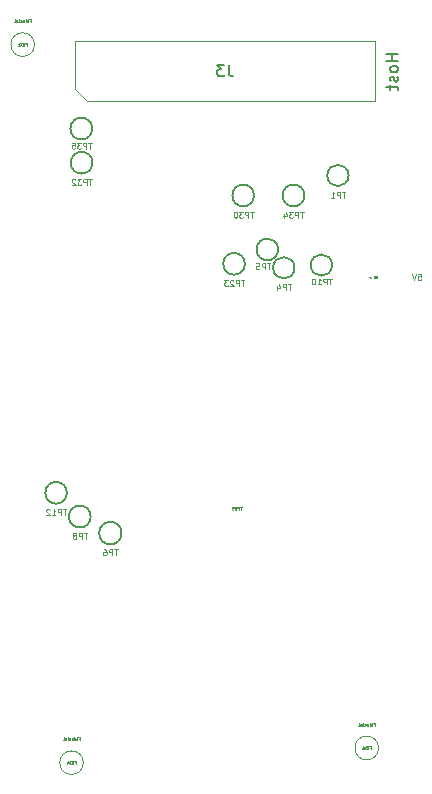
<source format=gbr>
G04 #@! TF.GenerationSoftware,KiCad,Pcbnew,(5.1.10)-1*
G04 #@! TF.CreationDate,2022-03-14T17:05:32+05:30*
G04 #@! TF.ProjectId,P-1000072_Cicada Wi-Fi,502d3130-3030-4303-9732-5f4369636164,0.1*
G04 #@! TF.SameCoordinates,PX7cee6c0PY3dfd240*
G04 #@! TF.FileFunction,Other,Fab,Bot*
%FSLAX46Y46*%
G04 Gerber Fmt 4.6, Leading zero omitted, Abs format (unit mm)*
G04 Created by KiCad (PCBNEW (5.1.10)-1) date 2022-03-14 17:05:32*
%MOMM*%
%LPD*%
G01*
G04 APERTURE LIST*
%ADD10C,0.150000*%
%ADD11C,0.100000*%
%ADD12C,0.062500*%
%ADD13C,0.050000*%
G04 APERTURE END LIST*
D10*
X-11339999Y-37750000D02*
G75*
G03*
X-11339999Y-37750000I-923093J0D01*
G01*
X-13354522Y-35740000D02*
G75*
G03*
X-13354522Y-35740000I-915478J0D01*
G01*
X9100193Y-16460000D02*
G75*
G03*
X9100193Y-16460000I-905097J0D01*
G01*
X5920494Y-16690000D02*
G75*
G03*
X5920494Y-16690000I-910494J0D01*
G01*
X4536079Y-15130000D02*
G75*
G03*
X4536079Y-15130000I-916079J0D01*
G01*
X1720054Y-16350000D02*
G75*
G03*
X1720054Y-16350000I-920054J0D01*
G01*
X10494434Y-8870000D02*
G75*
G03*
X10494434Y-8870000I-904434J0D01*
G01*
X6752009Y-10560000D02*
G75*
G03*
X6752009Y-10560000I-922009J0D01*
G01*
X2486788Y-10560000D02*
G75*
G03*
X2486788Y-10560000I-916788J0D01*
G01*
X-11189946Y-7790000D02*
G75*
G03*
X-11189946Y-7790000I-920054J0D01*
G01*
X-11208859Y-4900000D02*
G75*
G03*
X-11208859Y-4900000I-921141J0D01*
G01*
X-8724671Y-39150000D02*
G75*
G03*
X-8724671Y-39150000I-950329J0D01*
G01*
D11*
X-12674600Y2514600D02*
X-12674600Y-1565400D01*
X-12674600Y-1565400D02*
X-11674600Y-2565400D01*
X-11674600Y-2565400D02*
X12725400Y-2565400D01*
X12725400Y-2565400D02*
X12725400Y2514600D01*
X12725400Y2514600D02*
X-12674600Y2514600D01*
X13031980Y-57343040D02*
G75*
G03*
X13031980Y-57343040I-1000000J0D01*
G01*
X-11964160Y-58587640D02*
G75*
G03*
X-11964160Y-58587640I-1000000J0D01*
G01*
X-16096740Y2212340D02*
G75*
G03*
X-16096740Y2212340I-1000000J0D01*
G01*
D12*
X-11250953Y-6106190D02*
X-11536667Y-6106190D01*
X-11393810Y-6606190D02*
X-11393810Y-6106190D01*
X-11703334Y-6606190D02*
X-11703334Y-6106190D01*
X-11893810Y-6106190D01*
X-11941429Y-6130000D01*
X-11965239Y-6153809D01*
X-11989048Y-6201428D01*
X-11989048Y-6272857D01*
X-11965239Y-6320476D01*
X-11941429Y-6344285D01*
X-11893810Y-6368095D01*
X-11703334Y-6368095D01*
X-12155715Y-6106190D02*
X-12465239Y-6106190D01*
X-12298572Y-6296666D01*
X-12370000Y-6296666D01*
X-12417620Y-6320476D01*
X-12441429Y-6344285D01*
X-12465239Y-6391904D01*
X-12465239Y-6510952D01*
X-12441429Y-6558571D01*
X-12417620Y-6582380D01*
X-12370000Y-6606190D01*
X-12227143Y-6606190D01*
X-12179524Y-6582380D01*
X-12155715Y-6558571D01*
X-12917620Y-6106190D02*
X-12679524Y-6106190D01*
X-12655715Y-6344285D01*
X-12679524Y-6320476D01*
X-12727143Y-6296666D01*
X-12846191Y-6296666D01*
X-12893810Y-6320476D01*
X-12917620Y-6344285D01*
X-12941429Y-6391904D01*
X-12941429Y-6510952D01*
X-12917620Y-6558571D01*
X-12893810Y-6582380D01*
X-12846191Y-6606190D01*
X-12727143Y-6606190D01*
X-12679524Y-6582380D01*
X-12655715Y-6558571D01*
X6689047Y-11946190D02*
X6403333Y-11946190D01*
X6546190Y-12446190D02*
X6546190Y-11946190D01*
X6236666Y-12446190D02*
X6236666Y-11946190D01*
X6046190Y-11946190D01*
X5998571Y-11970000D01*
X5974761Y-11993809D01*
X5950952Y-12041428D01*
X5950952Y-12112857D01*
X5974761Y-12160476D01*
X5998571Y-12184285D01*
X6046190Y-12208095D01*
X6236666Y-12208095D01*
X5784285Y-11946190D02*
X5474761Y-11946190D01*
X5641428Y-12136666D01*
X5570000Y-12136666D01*
X5522380Y-12160476D01*
X5498571Y-12184285D01*
X5474761Y-12231904D01*
X5474761Y-12350952D01*
X5498571Y-12398571D01*
X5522380Y-12422380D01*
X5570000Y-12446190D01*
X5712857Y-12446190D01*
X5760476Y-12422380D01*
X5784285Y-12398571D01*
X5046190Y-12112857D02*
X5046190Y-12446190D01*
X5165238Y-11922380D02*
X5284285Y-12279523D01*
X4974761Y-12279523D01*
X-11240953Y-9166190D02*
X-11526667Y-9166190D01*
X-11383810Y-9666190D02*
X-11383810Y-9166190D01*
X-11693334Y-9666190D02*
X-11693334Y-9166190D01*
X-11883810Y-9166190D01*
X-11931429Y-9190000D01*
X-11955239Y-9213809D01*
X-11979048Y-9261428D01*
X-11979048Y-9332857D01*
X-11955239Y-9380476D01*
X-11931429Y-9404285D01*
X-11883810Y-9428095D01*
X-11693334Y-9428095D01*
X-12145715Y-9166190D02*
X-12455239Y-9166190D01*
X-12288572Y-9356666D01*
X-12360000Y-9356666D01*
X-12407620Y-9380476D01*
X-12431429Y-9404285D01*
X-12455239Y-9451904D01*
X-12455239Y-9570952D01*
X-12431429Y-9618571D01*
X-12407620Y-9642380D01*
X-12360000Y-9666190D01*
X-12217143Y-9666190D01*
X-12169524Y-9642380D01*
X-12145715Y-9618571D01*
X-12645715Y-9213809D02*
X-12669524Y-9190000D01*
X-12717143Y-9166190D01*
X-12836191Y-9166190D01*
X-12883810Y-9190000D01*
X-12907620Y-9213809D01*
X-12931429Y-9261428D01*
X-12931429Y-9309047D01*
X-12907620Y-9380476D01*
X-12621905Y-9666190D01*
X-12931429Y-9666190D01*
X2459047Y-11946190D02*
X2173333Y-11946190D01*
X2316190Y-12446190D02*
X2316190Y-11946190D01*
X2006666Y-12446190D02*
X2006666Y-11946190D01*
X1816190Y-11946190D01*
X1768571Y-11970000D01*
X1744761Y-11993809D01*
X1720952Y-12041428D01*
X1720952Y-12112857D01*
X1744761Y-12160476D01*
X1768571Y-12184285D01*
X1816190Y-12208095D01*
X2006666Y-12208095D01*
X1554285Y-11946190D02*
X1244761Y-11946190D01*
X1411428Y-12136666D01*
X1340000Y-12136666D01*
X1292380Y-12160476D01*
X1268571Y-12184285D01*
X1244761Y-12231904D01*
X1244761Y-12350952D01*
X1268571Y-12398571D01*
X1292380Y-12422380D01*
X1340000Y-12446190D01*
X1482857Y-12446190D01*
X1530476Y-12422380D01*
X1554285Y-12398571D01*
X935238Y-11946190D02*
X887619Y-11946190D01*
X840000Y-11970000D01*
X816190Y-11993809D01*
X792380Y-12041428D01*
X768571Y-12136666D01*
X768571Y-12255714D01*
X792380Y-12350952D01*
X816190Y-12398571D01*
X840000Y-12422380D01*
X887619Y-12446190D01*
X935238Y-12446190D01*
X982857Y-12422380D01*
X1006666Y-12398571D01*
X1030476Y-12350952D01*
X1054285Y-12255714D01*
X1054285Y-12136666D01*
X1030476Y-12041428D01*
X1006666Y-11993809D01*
X982857Y-11970000D01*
X935238Y-11946190D01*
X1666607Y-17723630D02*
X1380893Y-17723630D01*
X1523750Y-18223630D02*
X1523750Y-17723630D01*
X1214226Y-18223630D02*
X1214226Y-17723630D01*
X1023750Y-17723630D01*
X976131Y-17747440D01*
X952321Y-17771249D01*
X928512Y-17818868D01*
X928512Y-17890297D01*
X952321Y-17937916D01*
X976131Y-17961725D01*
X1023750Y-17985535D01*
X1214226Y-17985535D01*
X738036Y-17771249D02*
X714226Y-17747440D01*
X666607Y-17723630D01*
X547560Y-17723630D01*
X499940Y-17747440D01*
X476131Y-17771249D01*
X452321Y-17818868D01*
X452321Y-17866487D01*
X476131Y-17937916D01*
X761845Y-18223630D01*
X452321Y-18223630D01*
X285655Y-17723630D02*
X-23869Y-17723630D01*
X142798Y-17914106D01*
X71369Y-17914106D01*
X23750Y-17937916D01*
X-60Y-17961725D01*
X-23869Y-18009344D01*
X-23869Y-18128392D01*
X-60Y-18176011D01*
X23750Y-18199820D01*
X71369Y-18223630D01*
X214226Y-18223630D01*
X261845Y-18199820D01*
X285655Y-18176011D01*
X-13400673Y-37121610D02*
X-13686387Y-37121610D01*
X-13543530Y-37621610D02*
X-13543530Y-37121610D01*
X-13853054Y-37621610D02*
X-13853054Y-37121610D01*
X-14043530Y-37121610D01*
X-14091149Y-37145420D01*
X-14114959Y-37169229D01*
X-14138768Y-37216848D01*
X-14138768Y-37288277D01*
X-14114959Y-37335896D01*
X-14091149Y-37359705D01*
X-14043530Y-37383515D01*
X-13853054Y-37383515D01*
X-14614959Y-37621610D02*
X-14329244Y-37621610D01*
X-14472101Y-37621610D02*
X-14472101Y-37121610D01*
X-14424482Y-37193039D01*
X-14376863Y-37240658D01*
X-14329244Y-37264467D01*
X-14805435Y-37169229D02*
X-14829244Y-37145420D01*
X-14876863Y-37121610D01*
X-14995911Y-37121610D01*
X-15043530Y-37145420D01*
X-15067340Y-37169229D01*
X-15091149Y-37216848D01*
X-15091149Y-37264467D01*
X-15067340Y-37335896D01*
X-14781625Y-37621610D01*
X-15091149Y-37621610D01*
X-11624548Y-39130750D02*
X-11910262Y-39130750D01*
X-11767405Y-39630750D02*
X-11767405Y-39130750D01*
X-12076929Y-39630750D02*
X-12076929Y-39130750D01*
X-12267405Y-39130750D01*
X-12315024Y-39154560D01*
X-12338834Y-39178369D01*
X-12362643Y-39225988D01*
X-12362643Y-39297417D01*
X-12338834Y-39345036D01*
X-12315024Y-39368845D01*
X-12267405Y-39392655D01*
X-12076929Y-39392655D01*
X-12648358Y-39345036D02*
X-12600739Y-39321226D01*
X-12576929Y-39297417D01*
X-12553120Y-39249798D01*
X-12553120Y-39225988D01*
X-12576929Y-39178369D01*
X-12600739Y-39154560D01*
X-12648358Y-39130750D01*
X-12743596Y-39130750D01*
X-12791215Y-39154560D01*
X-12815024Y-39178369D01*
X-12838834Y-39225988D01*
X-12838834Y-39249798D01*
X-12815024Y-39297417D01*
X-12791215Y-39321226D01*
X-12743596Y-39345036D01*
X-12648358Y-39345036D01*
X-12600739Y-39368845D01*
X-12576929Y-39392655D01*
X-12553120Y-39440274D01*
X-12553120Y-39535512D01*
X-12576929Y-39583131D01*
X-12600739Y-39606940D01*
X-12648358Y-39630750D01*
X-12743596Y-39630750D01*
X-12791215Y-39606940D01*
X-12815024Y-39583131D01*
X-12838834Y-39535512D01*
X-12838834Y-39440274D01*
X-12815024Y-39392655D01*
X-12791215Y-39368845D01*
X-12743596Y-39345036D01*
X-9066768Y-40527750D02*
X-9352482Y-40527750D01*
X-9209625Y-41027750D02*
X-9209625Y-40527750D01*
X-9519149Y-41027750D02*
X-9519149Y-40527750D01*
X-9709625Y-40527750D01*
X-9757244Y-40551560D01*
X-9781054Y-40575369D01*
X-9804863Y-40622988D01*
X-9804863Y-40694417D01*
X-9781054Y-40742036D01*
X-9757244Y-40765845D01*
X-9709625Y-40789655D01*
X-9519149Y-40789655D01*
X-10233435Y-40527750D02*
X-10138197Y-40527750D01*
X-10090578Y-40551560D01*
X-10066768Y-40575369D01*
X-10019149Y-40646798D01*
X-9995340Y-40742036D01*
X-9995340Y-40932512D01*
X-10019149Y-40980131D01*
X-10042959Y-41003940D01*
X-10090578Y-41027750D01*
X-10185816Y-41027750D01*
X-10233435Y-41003940D01*
X-10257244Y-40980131D01*
X-10281054Y-40932512D01*
X-10281054Y-40813464D01*
X-10257244Y-40765845D01*
X-10233435Y-40742036D01*
X-10185816Y-40718226D01*
X-10090578Y-40718226D01*
X-10042959Y-40742036D01*
X-10019149Y-40765845D01*
X-9995340Y-40813464D01*
X3860952Y-16316190D02*
X3575238Y-16316190D01*
X3718095Y-16816190D02*
X3718095Y-16316190D01*
X3408571Y-16816190D02*
X3408571Y-16316190D01*
X3218095Y-16316190D01*
X3170476Y-16340000D01*
X3146666Y-16363809D01*
X3122857Y-16411428D01*
X3122857Y-16482857D01*
X3146666Y-16530476D01*
X3170476Y-16554285D01*
X3218095Y-16578095D01*
X3408571Y-16578095D01*
X2670476Y-16316190D02*
X2908571Y-16316190D01*
X2932380Y-16554285D01*
X2908571Y-16530476D01*
X2860952Y-16506666D01*
X2741904Y-16506666D01*
X2694285Y-16530476D01*
X2670476Y-16554285D01*
X2646666Y-16601904D01*
X2646666Y-16720952D01*
X2670476Y-16768571D01*
X2694285Y-16792380D01*
X2741904Y-16816190D01*
X2860952Y-16816190D01*
X2908571Y-16792380D01*
X2932380Y-16768571D01*
X5639832Y-18063990D02*
X5354118Y-18063990D01*
X5496975Y-18563990D02*
X5496975Y-18063990D01*
X5187451Y-18563990D02*
X5187451Y-18063990D01*
X4996975Y-18063990D01*
X4949356Y-18087800D01*
X4925546Y-18111609D01*
X4901737Y-18159228D01*
X4901737Y-18230657D01*
X4925546Y-18278276D01*
X4949356Y-18302085D01*
X4996975Y-18325895D01*
X5187451Y-18325895D01*
X4473165Y-18230657D02*
X4473165Y-18563990D01*
X4592213Y-18040180D02*
X4711260Y-18397323D01*
X4401737Y-18397323D01*
D13*
X12671428Y-17360476D02*
X12909523Y-17360476D01*
X12933333Y-17455714D01*
X12909523Y-17446190D01*
X12861904Y-17436666D01*
X12742857Y-17436666D01*
X12695238Y-17446190D01*
X12671428Y-17455714D01*
X12647619Y-17474761D01*
X12647619Y-17522380D01*
X12671428Y-17541428D01*
X12695238Y-17550952D01*
X12742857Y-17560476D01*
X12861904Y-17560476D01*
X12909523Y-17550952D01*
X12933333Y-17541428D01*
X12480952Y-17427142D02*
X12361904Y-17560476D01*
X12242857Y-17427142D01*
D12*
X16375238Y-17206190D02*
X16613333Y-17206190D01*
X16637142Y-17444285D01*
X16613333Y-17420476D01*
X16565714Y-17396666D01*
X16446666Y-17396666D01*
X16399047Y-17420476D01*
X16375238Y-17444285D01*
X16351428Y-17491904D01*
X16351428Y-17610952D01*
X16375238Y-17658571D01*
X16399047Y-17682380D01*
X16446666Y-17706190D01*
X16565714Y-17706190D01*
X16613333Y-17682380D01*
X16637142Y-17658571D01*
X16208571Y-17206190D02*
X16041904Y-17706190D01*
X15875238Y-17206190D01*
X10230952Y-10246190D02*
X9945238Y-10246190D01*
X10088095Y-10746190D02*
X10088095Y-10246190D01*
X9778571Y-10746190D02*
X9778571Y-10246190D01*
X9588095Y-10246190D01*
X9540476Y-10270000D01*
X9516666Y-10293809D01*
X9492857Y-10341428D01*
X9492857Y-10412857D01*
X9516666Y-10460476D01*
X9540476Y-10484285D01*
X9588095Y-10508095D01*
X9778571Y-10508095D01*
X9016666Y-10746190D02*
X9302380Y-10746190D01*
X9159523Y-10746190D02*
X9159523Y-10246190D01*
X9207142Y-10317619D01*
X9254761Y-10365238D01*
X9302380Y-10389047D01*
D10*
X14677780Y1403172D02*
X13677780Y1403172D01*
X14153971Y1403172D02*
X14153971Y831743D01*
X14677780Y831743D02*
X13677780Y831743D01*
X14677780Y212696D02*
X14630161Y307934D01*
X14582542Y355553D01*
X14487304Y403172D01*
X14201590Y403172D01*
X14106352Y355553D01*
X14058733Y307934D01*
X14011114Y212696D01*
X14011114Y69839D01*
X14058733Y-25400D01*
X14106352Y-73019D01*
X14201590Y-120638D01*
X14487304Y-120638D01*
X14582542Y-73019D01*
X14630161Y-25400D01*
X14677780Y69839D01*
X14677780Y212696D01*
X14630161Y-501590D02*
X14677780Y-596828D01*
X14677780Y-787304D01*
X14630161Y-882542D01*
X14534923Y-930161D01*
X14487304Y-930161D01*
X14392066Y-882542D01*
X14344447Y-787304D01*
X14344447Y-644447D01*
X14296828Y-549209D01*
X14201590Y-501590D01*
X14153971Y-501590D01*
X14058733Y-549209D01*
X14011114Y-644447D01*
X14011114Y-787304D01*
X14058733Y-882542D01*
X14011114Y-1215876D02*
X14011114Y-1596828D01*
X13677780Y-1358733D02*
X14534923Y-1358733D01*
X14630161Y-1406352D01*
X14677780Y-1501590D01*
X14677780Y-1596828D01*
X358733Y522220D02*
X358733Y-192066D01*
X406352Y-334923D01*
X501590Y-430161D01*
X644447Y-477780D01*
X739685Y-477780D01*
X-22220Y522220D02*
X-641267Y522220D01*
X-307934Y141267D01*
X-450791Y141267D01*
X-546029Y93648D01*
X-593648Y46029D01*
X-641267Y-49209D01*
X-641267Y-287304D01*
X-593648Y-382542D01*
X-546029Y-430161D01*
X-450791Y-477780D01*
X-165077Y-477780D01*
X-69839Y-430161D01*
X-22220Y-382542D01*
D12*
X1454523Y-36903095D02*
X1311666Y-36903095D01*
X1383095Y-37153095D02*
X1383095Y-36903095D01*
X1228333Y-37153095D02*
X1228333Y-36903095D01*
X1133095Y-36903095D01*
X1109285Y-36915000D01*
X1097380Y-36926904D01*
X1085476Y-36950714D01*
X1085476Y-36986428D01*
X1097380Y-37010238D01*
X1109285Y-37022142D01*
X1133095Y-37034047D01*
X1228333Y-37034047D01*
X1002142Y-36903095D02*
X847380Y-36903095D01*
X930714Y-36998333D01*
X895000Y-36998333D01*
X871190Y-37010238D01*
X859285Y-37022142D01*
X847380Y-37045952D01*
X847380Y-37105476D01*
X859285Y-37129285D01*
X871190Y-37141190D01*
X895000Y-37153095D01*
X966428Y-37153095D01*
X990238Y-37141190D01*
X1002142Y-37129285D01*
X728333Y-37153095D02*
X680714Y-37153095D01*
X656904Y-37141190D01*
X645000Y-37129285D01*
X621190Y-37093571D01*
X609285Y-37045952D01*
X609285Y-36950714D01*
X621190Y-36926904D01*
X633095Y-36915000D01*
X656904Y-36903095D01*
X704523Y-36903095D01*
X728333Y-36915000D01*
X740238Y-36926904D01*
X752142Y-36950714D01*
X752142Y-37010238D01*
X740238Y-37034047D01*
X728333Y-37045952D01*
X704523Y-37057857D01*
X656904Y-37057857D01*
X633095Y-37045952D01*
X621190Y-37034047D01*
X609285Y-37010238D01*
X9079047Y-17596190D02*
X8793333Y-17596190D01*
X8936190Y-18096190D02*
X8936190Y-17596190D01*
X8626666Y-18096190D02*
X8626666Y-17596190D01*
X8436190Y-17596190D01*
X8388571Y-17620000D01*
X8364761Y-17643809D01*
X8340952Y-17691428D01*
X8340952Y-17762857D01*
X8364761Y-17810476D01*
X8388571Y-17834285D01*
X8436190Y-17858095D01*
X8626666Y-17858095D01*
X7864761Y-18096190D02*
X8150476Y-18096190D01*
X8007619Y-18096190D02*
X8007619Y-17596190D01*
X8055238Y-17667619D01*
X8102857Y-17715238D01*
X8150476Y-17739047D01*
X7555238Y-17596190D02*
X7507619Y-17596190D01*
X7460000Y-17620000D01*
X7436190Y-17643809D01*
X7412380Y-17691428D01*
X7388571Y-17786666D01*
X7388571Y-17905714D01*
X7412380Y-18000952D01*
X7436190Y-18048571D01*
X7460000Y-18072380D01*
X7507619Y-18096190D01*
X7555238Y-18096190D01*
X7602857Y-18072380D01*
X7626666Y-18048571D01*
X7650476Y-18000952D01*
X7674285Y-17905714D01*
X7674285Y-17786666D01*
X7650476Y-17691428D01*
X7626666Y-17643809D01*
X7602857Y-17620000D01*
X7555238Y-17596190D01*
X12627218Y-55325182D02*
X12710551Y-55325182D01*
X12710551Y-55456135D02*
X12710551Y-55206135D01*
X12591503Y-55206135D01*
X12496265Y-55456135D02*
X12496265Y-55289468D01*
X12496265Y-55206135D02*
X12508170Y-55218040D01*
X12496265Y-55229944D01*
X12484360Y-55218040D01*
X12496265Y-55206135D01*
X12496265Y-55229944D01*
X12270075Y-55456135D02*
X12270075Y-55206135D01*
X12270075Y-55444230D02*
X12293884Y-55456135D01*
X12341503Y-55456135D01*
X12365313Y-55444230D01*
X12377218Y-55432325D01*
X12389122Y-55408516D01*
X12389122Y-55337087D01*
X12377218Y-55313278D01*
X12365313Y-55301373D01*
X12341503Y-55289468D01*
X12293884Y-55289468D01*
X12270075Y-55301373D01*
X12043884Y-55289468D02*
X12043884Y-55456135D01*
X12151027Y-55289468D02*
X12151027Y-55420420D01*
X12139122Y-55444230D01*
X12115313Y-55456135D01*
X12079599Y-55456135D01*
X12055789Y-55444230D01*
X12043884Y-55432325D01*
X11817694Y-55444230D02*
X11841503Y-55456135D01*
X11889122Y-55456135D01*
X11912932Y-55444230D01*
X11924837Y-55432325D01*
X11936741Y-55408516D01*
X11936741Y-55337087D01*
X11924837Y-55313278D01*
X11912932Y-55301373D01*
X11889122Y-55289468D01*
X11841503Y-55289468D01*
X11817694Y-55301373D01*
X11710551Y-55456135D02*
X11710551Y-55289468D01*
X11710551Y-55206135D02*
X11722456Y-55218040D01*
X11710551Y-55229944D01*
X11698646Y-55218040D01*
X11710551Y-55206135D01*
X11710551Y-55229944D01*
X11484360Y-55456135D02*
X11484360Y-55325182D01*
X11496265Y-55301373D01*
X11520075Y-55289468D01*
X11567694Y-55289468D01*
X11591503Y-55301373D01*
X11484360Y-55444230D02*
X11508170Y-55456135D01*
X11567694Y-55456135D01*
X11591503Y-55444230D01*
X11603408Y-55420420D01*
X11603408Y-55396611D01*
X11591503Y-55372801D01*
X11567694Y-55360897D01*
X11508170Y-55360897D01*
X11484360Y-55348992D01*
X11329599Y-55456135D02*
X11353408Y-55444230D01*
X11365313Y-55420420D01*
X11365313Y-55206135D01*
D11*
D12*
X12299837Y-57325182D02*
X12383170Y-57325182D01*
X12383170Y-57456135D02*
X12383170Y-57206135D01*
X12264122Y-57206135D01*
X12168884Y-57456135D02*
X12168884Y-57206135D01*
X12049837Y-57456135D02*
X12049837Y-57206135D01*
X11990313Y-57206135D01*
X11954599Y-57218040D01*
X11930789Y-57241849D01*
X11918884Y-57265659D01*
X11906980Y-57313278D01*
X11906980Y-57348992D01*
X11918884Y-57396611D01*
X11930789Y-57420420D01*
X11954599Y-57444230D01*
X11990313Y-57456135D01*
X12049837Y-57456135D01*
X11692694Y-57206135D02*
X11740313Y-57206135D01*
X11764122Y-57218040D01*
X11776027Y-57229944D01*
X11799837Y-57265659D01*
X11811741Y-57313278D01*
X11811741Y-57408516D01*
X11799837Y-57432325D01*
X11787932Y-57444230D01*
X11764122Y-57456135D01*
X11716503Y-57456135D01*
X11692694Y-57444230D01*
X11680789Y-57432325D01*
X11668884Y-57408516D01*
X11668884Y-57348992D01*
X11680789Y-57325182D01*
X11692694Y-57313278D01*
X11716503Y-57301373D01*
X11764122Y-57301373D01*
X11787932Y-57313278D01*
X11799837Y-57325182D01*
X11811741Y-57348992D01*
D11*
D12*
X-12368922Y-56569782D02*
X-12285589Y-56569782D01*
X-12285589Y-56700735D02*
X-12285589Y-56450735D01*
X-12404637Y-56450735D01*
X-12499875Y-56700735D02*
X-12499875Y-56534068D01*
X-12499875Y-56450735D02*
X-12487970Y-56462640D01*
X-12499875Y-56474544D01*
X-12511780Y-56462640D01*
X-12499875Y-56450735D01*
X-12499875Y-56474544D01*
X-12726065Y-56700735D02*
X-12726065Y-56450735D01*
X-12726065Y-56688830D02*
X-12702256Y-56700735D01*
X-12654637Y-56700735D01*
X-12630827Y-56688830D01*
X-12618922Y-56676925D01*
X-12607018Y-56653116D01*
X-12607018Y-56581687D01*
X-12618922Y-56557878D01*
X-12630827Y-56545973D01*
X-12654637Y-56534068D01*
X-12702256Y-56534068D01*
X-12726065Y-56545973D01*
X-12952256Y-56534068D02*
X-12952256Y-56700735D01*
X-12845113Y-56534068D02*
X-12845113Y-56665020D01*
X-12857018Y-56688830D01*
X-12880827Y-56700735D01*
X-12916541Y-56700735D01*
X-12940351Y-56688830D01*
X-12952256Y-56676925D01*
X-13178446Y-56688830D02*
X-13154637Y-56700735D01*
X-13107018Y-56700735D01*
X-13083208Y-56688830D01*
X-13071303Y-56676925D01*
X-13059399Y-56653116D01*
X-13059399Y-56581687D01*
X-13071303Y-56557878D01*
X-13083208Y-56545973D01*
X-13107018Y-56534068D01*
X-13154637Y-56534068D01*
X-13178446Y-56545973D01*
X-13285589Y-56700735D02*
X-13285589Y-56534068D01*
X-13285589Y-56450735D02*
X-13273684Y-56462640D01*
X-13285589Y-56474544D01*
X-13297494Y-56462640D01*
X-13285589Y-56450735D01*
X-13285589Y-56474544D01*
X-13511780Y-56700735D02*
X-13511780Y-56569782D01*
X-13499875Y-56545973D01*
X-13476065Y-56534068D01*
X-13428446Y-56534068D01*
X-13404637Y-56545973D01*
X-13511780Y-56688830D02*
X-13487970Y-56700735D01*
X-13428446Y-56700735D01*
X-13404637Y-56688830D01*
X-13392732Y-56665020D01*
X-13392732Y-56641211D01*
X-13404637Y-56617401D01*
X-13428446Y-56605497D01*
X-13487970Y-56605497D01*
X-13511780Y-56593592D01*
X-13666541Y-56700735D02*
X-13642732Y-56688830D01*
X-13630827Y-56665020D01*
X-13630827Y-56450735D01*
D11*
D12*
X-12696303Y-58569782D02*
X-12612970Y-58569782D01*
X-12612970Y-58700735D02*
X-12612970Y-58450735D01*
X-12732018Y-58450735D01*
X-12827256Y-58700735D02*
X-12827256Y-58450735D01*
X-12946303Y-58700735D02*
X-12946303Y-58450735D01*
X-13005827Y-58450735D01*
X-13041541Y-58462640D01*
X-13065351Y-58486449D01*
X-13077256Y-58510259D01*
X-13089160Y-58557878D01*
X-13089160Y-58593592D01*
X-13077256Y-58641211D01*
X-13065351Y-58665020D01*
X-13041541Y-58688830D01*
X-13005827Y-58700735D01*
X-12946303Y-58700735D01*
X-13303446Y-58534068D02*
X-13303446Y-58700735D01*
X-13243922Y-58438830D02*
X-13184399Y-58617401D01*
X-13339160Y-58617401D01*
D11*
D12*
X-16501502Y4230198D02*
X-16418169Y4230198D01*
X-16418169Y4099245D02*
X-16418169Y4349245D01*
X-16537217Y4349245D01*
X-16632455Y4099245D02*
X-16632455Y4265912D01*
X-16632455Y4349245D02*
X-16620550Y4337340D01*
X-16632455Y4325436D01*
X-16644360Y4337340D01*
X-16632455Y4349245D01*
X-16632455Y4325436D01*
X-16858645Y4099245D02*
X-16858645Y4349245D01*
X-16858645Y4111150D02*
X-16834836Y4099245D01*
X-16787217Y4099245D01*
X-16763407Y4111150D01*
X-16751502Y4123055D01*
X-16739598Y4146864D01*
X-16739598Y4218293D01*
X-16751502Y4242102D01*
X-16763407Y4254007D01*
X-16787217Y4265912D01*
X-16834836Y4265912D01*
X-16858645Y4254007D01*
X-17084836Y4265912D02*
X-17084836Y4099245D01*
X-16977693Y4265912D02*
X-16977693Y4134960D01*
X-16989598Y4111150D01*
X-17013407Y4099245D01*
X-17049121Y4099245D01*
X-17072931Y4111150D01*
X-17084836Y4123055D01*
X-17311026Y4111150D02*
X-17287217Y4099245D01*
X-17239598Y4099245D01*
X-17215788Y4111150D01*
X-17203883Y4123055D01*
X-17191979Y4146864D01*
X-17191979Y4218293D01*
X-17203883Y4242102D01*
X-17215788Y4254007D01*
X-17239598Y4265912D01*
X-17287217Y4265912D01*
X-17311026Y4254007D01*
X-17418169Y4099245D02*
X-17418169Y4265912D01*
X-17418169Y4349245D02*
X-17406264Y4337340D01*
X-17418169Y4325436D01*
X-17430074Y4337340D01*
X-17418169Y4349245D01*
X-17418169Y4325436D01*
X-17644360Y4099245D02*
X-17644360Y4230198D01*
X-17632455Y4254007D01*
X-17608645Y4265912D01*
X-17561026Y4265912D01*
X-17537217Y4254007D01*
X-17644360Y4111150D02*
X-17620550Y4099245D01*
X-17561026Y4099245D01*
X-17537217Y4111150D01*
X-17525312Y4134960D01*
X-17525312Y4158769D01*
X-17537217Y4182579D01*
X-17561026Y4194483D01*
X-17620550Y4194483D01*
X-17644360Y4206388D01*
X-17799121Y4099245D02*
X-17775312Y4111150D01*
X-17763407Y4134960D01*
X-17763407Y4349245D01*
D11*
D12*
X-16828883Y2230198D02*
X-16745550Y2230198D01*
X-16745550Y2099245D02*
X-16745550Y2349245D01*
X-16864598Y2349245D01*
X-16959836Y2099245D02*
X-16959836Y2349245D01*
X-17078883Y2099245D02*
X-17078883Y2349245D01*
X-17138407Y2349245D01*
X-17174121Y2337340D01*
X-17197931Y2313531D01*
X-17209836Y2289721D01*
X-17221740Y2242102D01*
X-17221740Y2206388D01*
X-17209836Y2158769D01*
X-17197931Y2134960D01*
X-17174121Y2111150D01*
X-17138407Y2099245D01*
X-17078883Y2099245D01*
X-17316979Y2325436D02*
X-17328883Y2337340D01*
X-17352693Y2349245D01*
X-17412217Y2349245D01*
X-17436026Y2337340D01*
X-17447931Y2325436D01*
X-17459836Y2301626D01*
X-17459836Y2277817D01*
X-17447931Y2242102D01*
X-17305074Y2099245D01*
X-17459836Y2099245D01*
D11*
M02*

</source>
